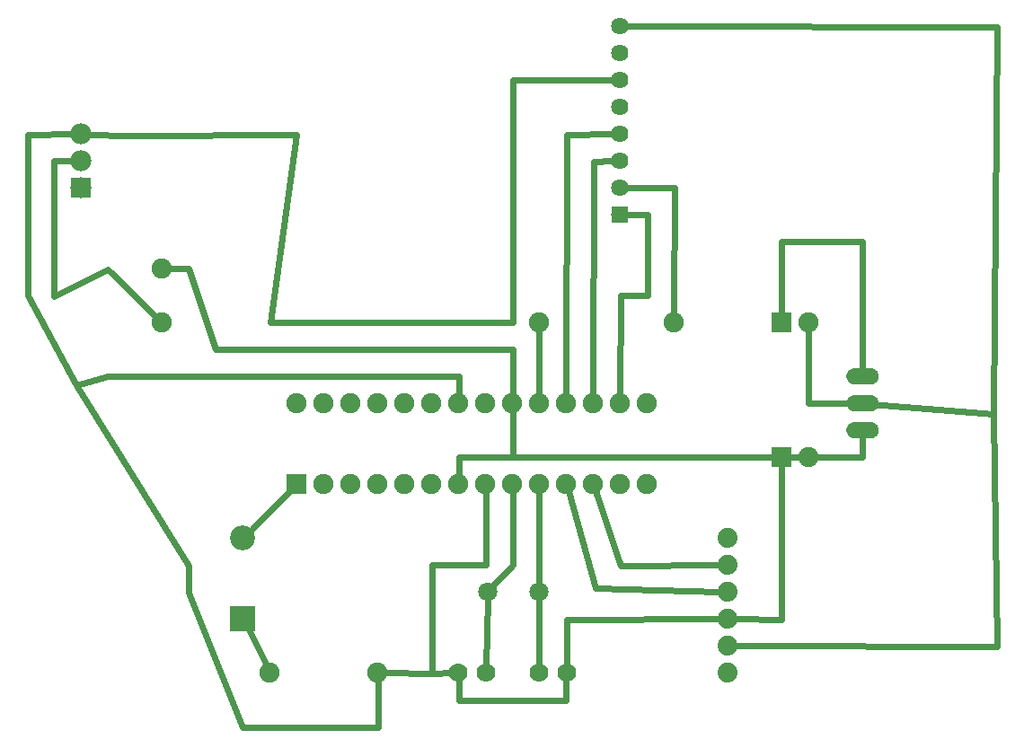
<source format=gtl>
G04 MADE WITH FRITZING*
G04 WWW.FRITZING.ORG*
G04 DOUBLE SIDED*
G04 HOLES PLATED*
G04 CONTOUR ON CENTER OF CONTOUR VECTOR*
%ASAXBY*%
%FSLAX23Y23*%
%MOIN*%
%OFA0B0*%
%SFA1.0B1.0*%
%ADD10C,0.064000*%
%ADD11C,0.074000*%
%ADD12C,0.075000*%
%ADD13C,0.092000*%
%ADD14C,0.070000*%
%ADD15C,0.070925*%
%ADD16C,0.070866*%
%ADD17C,0.060000*%
%ADD18C,0.075433*%
%ADD19C,0.078000*%
%ADD20R,0.064000X0.064000*%
%ADD21R,0.092000X0.092000*%
%ADD22R,0.075000X0.075000*%
%ADD23R,0.078000X0.078000*%
%ADD24C,0.024000*%
%ADD25R,0.001000X0.001000*%
%LNCOPPER1*%
G90*
G70*
G54D10*
X2512Y1957D03*
X2512Y2057D03*
X2512Y2157D03*
X2512Y2257D03*
X2512Y2357D03*
X2512Y2457D03*
X2512Y2557D03*
X2512Y2657D03*
G54D11*
X2912Y257D03*
X2912Y357D03*
X2912Y457D03*
X2912Y557D03*
X2912Y657D03*
X2912Y757D03*
G54D12*
X1612Y257D03*
X1212Y257D03*
G54D13*
X1112Y457D03*
X1112Y757D03*
G54D14*
X2212Y257D03*
X2313Y257D03*
X1912Y257D03*
X2013Y257D03*
G54D15*
X2019Y557D03*
G54D16*
X2212Y557D03*
G54D17*
X3412Y1357D03*
X3412Y1257D03*
X3412Y1157D03*
X3412Y1357D03*
X3412Y1257D03*
X3412Y1157D03*
G54D12*
X3112Y1557D03*
X3212Y1557D03*
X3112Y1057D03*
X3212Y1057D03*
X1312Y957D03*
X1312Y1257D03*
X1412Y957D03*
X1412Y1257D03*
X1512Y957D03*
X1512Y1257D03*
X1612Y957D03*
X1612Y1257D03*
X1712Y957D03*
X1712Y1257D03*
X1812Y957D03*
X1812Y1257D03*
X1912Y957D03*
X1912Y1257D03*
X2012Y957D03*
X2012Y1257D03*
X2112Y957D03*
X2112Y1257D03*
X2212Y957D03*
X2212Y1257D03*
X2312Y957D03*
X2312Y1257D03*
X2412Y957D03*
X2412Y1257D03*
X2512Y957D03*
X2512Y1257D03*
X2612Y957D03*
X2612Y1257D03*
G54D18*
X812Y1557D03*
X812Y1757D03*
G54D12*
X2212Y1557D03*
X2712Y1557D03*
G54D19*
X512Y2057D03*
X512Y2157D03*
X512Y2257D03*
G54D20*
X2512Y1957D03*
G54D21*
X1112Y457D03*
G54D22*
X3112Y1557D03*
X3112Y1057D03*
X1312Y957D03*
G54D23*
X512Y2057D03*
G54D24*
X2013Y283D02*
X2019Y530D01*
D02*
X2212Y283D02*
X2212Y530D01*
D02*
X2113Y929D02*
X2114Y657D01*
D02*
X2114Y657D02*
X2038Y577D01*
D02*
X2212Y584D02*
X2212Y929D01*
D02*
X1913Y156D02*
X2311Y156D01*
D02*
X2311Y156D02*
X2312Y231D01*
D02*
X1913Y231D02*
X1913Y156D01*
D02*
X1813Y657D02*
X2014Y657D01*
D02*
X1815Y255D02*
X1813Y657D01*
D02*
X1886Y257D02*
X1815Y255D01*
D02*
X2014Y657D02*
X2013Y929D01*
D02*
X1200Y283D02*
X1129Y424D01*
D02*
X1139Y783D02*
X1292Y937D01*
D02*
X1815Y255D02*
X1641Y257D01*
D02*
X3212Y1529D02*
X3211Y1259D01*
D02*
X3211Y1259D02*
X3381Y1257D01*
D02*
X3411Y1059D02*
X3412Y1126D01*
D02*
X3241Y1057D02*
X3411Y1059D01*
D02*
X3411Y1857D02*
X3412Y1388D01*
D02*
X3112Y1857D02*
X3411Y1857D01*
D02*
X3112Y1586D02*
X3112Y1857D01*
D02*
X3910Y355D02*
X3898Y1218D01*
D02*
X3898Y1218D02*
X3443Y1255D01*
D02*
X2944Y357D02*
X3910Y355D01*
D02*
X2314Y455D02*
X2881Y457D01*
D02*
X2313Y283D02*
X2314Y455D01*
D02*
X2513Y654D02*
X2881Y657D01*
D02*
X2421Y930D02*
X2513Y654D01*
D02*
X2419Y572D02*
X2320Y930D01*
D02*
X2881Y558D02*
X2419Y572D01*
D02*
X3112Y1029D02*
X3112Y455D01*
D02*
X3112Y455D02*
X2944Y457D01*
D02*
X1915Y1059D02*
X2314Y1059D01*
D02*
X1913Y986D02*
X1915Y1059D01*
D02*
X2314Y1059D02*
X3184Y1057D01*
D02*
X2114Y1059D02*
X2113Y1229D01*
D02*
X2314Y1059D02*
X2114Y1059D01*
D02*
X2114Y1458D02*
X1011Y1458D01*
D02*
X1011Y1458D02*
X911Y1757D01*
D02*
X911Y1757D02*
X841Y1757D01*
D02*
X2113Y1286D02*
X2114Y1458D01*
D02*
X3910Y2655D02*
X2544Y2657D01*
D02*
X3898Y1218D02*
X3910Y2655D01*
D02*
X2312Y1286D02*
X2314Y2256D01*
D02*
X2314Y2256D02*
X2481Y2257D01*
D02*
X2413Y2156D02*
X2481Y2157D01*
D02*
X2412Y1286D02*
X2413Y2156D01*
D02*
X2613Y1957D02*
X2544Y1957D01*
D02*
X2613Y1658D02*
X2613Y1957D01*
D02*
X2513Y1658D02*
X2613Y1658D01*
D02*
X2512Y1286D02*
X2513Y1658D01*
D02*
X2212Y1525D02*
X2212Y1286D01*
D02*
X2713Y2057D02*
X2544Y2057D01*
D02*
X2712Y1590D02*
X2713Y2057D01*
D02*
X684Y2252D02*
X543Y2256D01*
D02*
X2114Y1559D02*
X1215Y1559D01*
D02*
X2114Y2458D02*
X2114Y1559D01*
D02*
X1215Y1559D02*
X1312Y2255D01*
D02*
X2481Y2457D02*
X2114Y2458D01*
D02*
X1312Y2255D02*
X684Y2252D01*
D02*
X313Y2256D02*
X482Y2257D01*
D02*
X313Y1658D02*
X313Y2256D01*
D02*
X1913Y1286D02*
X1915Y1358D01*
D02*
X495Y1323D02*
X313Y1658D01*
D02*
X1915Y1358D02*
X612Y1358D01*
D02*
X612Y1358D02*
X495Y1323D01*
D02*
X495Y1323D02*
X911Y654D01*
D02*
X1111Y56D02*
X1615Y56D01*
D02*
X911Y654D02*
X911Y555D01*
D02*
X1615Y56D02*
X1613Y229D01*
D02*
X911Y555D02*
X1111Y56D01*
D02*
X412Y1654D02*
X412Y2157D01*
D02*
X412Y2157D02*
X482Y2157D01*
D02*
X792Y1577D02*
X610Y1756D01*
D02*
X610Y1756D02*
X412Y1654D01*
G54D25*
X3377Y1387D02*
X3446Y1387D01*
X3373Y1386D02*
X3450Y1386D01*
X3370Y1385D02*
X3453Y1385D01*
X3368Y1384D02*
X3455Y1384D01*
X3366Y1383D02*
X3457Y1383D01*
X3365Y1382D02*
X3458Y1382D01*
X3363Y1381D02*
X3460Y1381D01*
X3362Y1380D02*
X3461Y1380D01*
X3361Y1379D02*
X3462Y1379D01*
X3360Y1378D02*
X3463Y1378D01*
X3359Y1377D02*
X3407Y1377D01*
X3416Y1377D02*
X3464Y1377D01*
X3358Y1376D02*
X3403Y1376D01*
X3419Y1376D02*
X3465Y1376D01*
X3358Y1375D02*
X3401Y1375D01*
X3422Y1375D02*
X3465Y1375D01*
X3357Y1374D02*
X3400Y1374D01*
X3423Y1374D02*
X3466Y1374D01*
X3356Y1373D02*
X3398Y1373D01*
X3425Y1373D02*
X3467Y1373D01*
X3356Y1372D02*
X3397Y1372D01*
X3426Y1372D02*
X3467Y1372D01*
X3355Y1371D02*
X3396Y1371D01*
X3427Y1371D02*
X3468Y1371D01*
X3355Y1370D02*
X3395Y1370D01*
X3428Y1370D02*
X3468Y1370D01*
X3354Y1369D02*
X3395Y1369D01*
X3428Y1369D02*
X3469Y1369D01*
X3354Y1368D02*
X3394Y1368D01*
X3429Y1368D02*
X3469Y1368D01*
X3353Y1367D02*
X3393Y1367D01*
X3430Y1367D02*
X3469Y1367D01*
X3353Y1366D02*
X3393Y1366D01*
X3430Y1366D02*
X3470Y1366D01*
X3353Y1365D02*
X3392Y1365D01*
X3430Y1365D02*
X3470Y1365D01*
X3353Y1364D02*
X3392Y1364D01*
X3431Y1364D02*
X3470Y1364D01*
X3352Y1363D02*
X3392Y1363D01*
X3431Y1363D02*
X3470Y1363D01*
X3352Y1362D02*
X3391Y1362D01*
X3431Y1362D02*
X3471Y1362D01*
X3352Y1361D02*
X3391Y1361D01*
X3432Y1361D02*
X3471Y1361D01*
X3352Y1360D02*
X3391Y1360D01*
X3432Y1360D02*
X3471Y1360D01*
X3352Y1359D02*
X3391Y1359D01*
X3432Y1359D02*
X3471Y1359D01*
X3352Y1358D02*
X3391Y1358D01*
X3432Y1358D02*
X3471Y1358D01*
X3352Y1357D02*
X3391Y1357D01*
X3432Y1357D02*
X3471Y1357D01*
X3352Y1356D02*
X3391Y1356D01*
X3432Y1356D02*
X3471Y1356D01*
X3352Y1355D02*
X3391Y1355D01*
X3432Y1355D02*
X3471Y1355D01*
X3352Y1354D02*
X3391Y1354D01*
X3432Y1354D02*
X3471Y1354D01*
X3352Y1353D02*
X3391Y1353D01*
X3431Y1353D02*
X3471Y1353D01*
X3352Y1352D02*
X3392Y1352D01*
X3431Y1352D02*
X3470Y1352D01*
X3353Y1351D02*
X3392Y1351D01*
X3431Y1351D02*
X3470Y1351D01*
X3353Y1350D02*
X3392Y1350D01*
X3430Y1350D02*
X3470Y1350D01*
X3353Y1349D02*
X3393Y1349D01*
X3430Y1349D02*
X3470Y1349D01*
X3353Y1348D02*
X3393Y1348D01*
X3430Y1348D02*
X3469Y1348D01*
X3354Y1347D02*
X3394Y1347D01*
X3429Y1347D02*
X3469Y1347D01*
X3354Y1346D02*
X3395Y1346D01*
X3428Y1346D02*
X3469Y1346D01*
X3355Y1345D02*
X3395Y1345D01*
X3428Y1345D02*
X3468Y1345D01*
X3355Y1344D02*
X3396Y1344D01*
X3427Y1344D02*
X3468Y1344D01*
X3356Y1343D02*
X3397Y1343D01*
X3426Y1343D02*
X3467Y1343D01*
X3356Y1342D02*
X3398Y1342D01*
X3425Y1342D02*
X3467Y1342D01*
X3357Y1341D02*
X3400Y1341D01*
X3423Y1341D02*
X3466Y1341D01*
X3358Y1340D02*
X3401Y1340D01*
X3422Y1340D02*
X3465Y1340D01*
X3358Y1339D02*
X3403Y1339D01*
X3420Y1339D02*
X3465Y1339D01*
X3359Y1338D02*
X3406Y1338D01*
X3416Y1338D02*
X3464Y1338D01*
X3360Y1337D02*
X3463Y1337D01*
X3361Y1336D02*
X3462Y1336D01*
X3362Y1335D02*
X3461Y1335D01*
X3363Y1334D02*
X3460Y1334D01*
X3365Y1333D02*
X3458Y1333D01*
X3366Y1332D02*
X3457Y1332D01*
X3368Y1331D02*
X3455Y1331D01*
X3370Y1330D02*
X3453Y1330D01*
X3372Y1329D02*
X3450Y1329D01*
X3376Y1328D02*
X3447Y1328D01*
X3377Y1287D02*
X3446Y1287D01*
X3373Y1286D02*
X3450Y1286D01*
X3370Y1285D02*
X3453Y1285D01*
X3368Y1284D02*
X3455Y1284D01*
X3366Y1283D02*
X3457Y1283D01*
X3365Y1282D02*
X3458Y1282D01*
X3363Y1281D02*
X3460Y1281D01*
X3362Y1280D02*
X3461Y1280D01*
X3361Y1279D02*
X3462Y1279D01*
X3360Y1278D02*
X3463Y1278D01*
X3359Y1277D02*
X3407Y1277D01*
X3416Y1277D02*
X3464Y1277D01*
X3358Y1276D02*
X3403Y1276D01*
X3419Y1276D02*
X3465Y1276D01*
X3358Y1275D02*
X3401Y1275D01*
X3422Y1275D02*
X3465Y1275D01*
X3357Y1274D02*
X3400Y1274D01*
X3423Y1274D02*
X3466Y1274D01*
X3356Y1273D02*
X3398Y1273D01*
X3425Y1273D02*
X3467Y1273D01*
X3356Y1272D02*
X3397Y1272D01*
X3426Y1272D02*
X3467Y1272D01*
X3355Y1271D02*
X3396Y1271D01*
X3427Y1271D02*
X3468Y1271D01*
X3355Y1270D02*
X3395Y1270D01*
X3428Y1270D02*
X3468Y1270D01*
X3354Y1269D02*
X3395Y1269D01*
X3428Y1269D02*
X3469Y1269D01*
X3354Y1268D02*
X3394Y1268D01*
X3429Y1268D02*
X3469Y1268D01*
X3353Y1267D02*
X3393Y1267D01*
X3430Y1267D02*
X3469Y1267D01*
X3353Y1266D02*
X3393Y1266D01*
X3430Y1266D02*
X3470Y1266D01*
X3353Y1265D02*
X3392Y1265D01*
X3430Y1265D02*
X3470Y1265D01*
X3353Y1264D02*
X3392Y1264D01*
X3431Y1264D02*
X3470Y1264D01*
X3352Y1263D02*
X3392Y1263D01*
X3431Y1263D02*
X3470Y1263D01*
X3352Y1262D02*
X3391Y1262D01*
X3431Y1262D02*
X3471Y1262D01*
X3352Y1261D02*
X3391Y1261D01*
X3432Y1261D02*
X3471Y1261D01*
X3352Y1260D02*
X3391Y1260D01*
X3432Y1260D02*
X3471Y1260D01*
X3352Y1259D02*
X3391Y1259D01*
X3432Y1259D02*
X3471Y1259D01*
X3352Y1258D02*
X3391Y1258D01*
X3432Y1258D02*
X3471Y1258D01*
X3352Y1257D02*
X3391Y1257D01*
X3432Y1257D02*
X3471Y1257D01*
X3352Y1256D02*
X3391Y1256D01*
X3432Y1256D02*
X3471Y1256D01*
X3352Y1255D02*
X3391Y1255D01*
X3432Y1255D02*
X3471Y1255D01*
X3352Y1254D02*
X3391Y1254D01*
X3432Y1254D02*
X3471Y1254D01*
X3352Y1253D02*
X3391Y1253D01*
X3431Y1253D02*
X3471Y1253D01*
X3352Y1252D02*
X3392Y1252D01*
X3431Y1252D02*
X3470Y1252D01*
X3353Y1251D02*
X3392Y1251D01*
X3431Y1251D02*
X3470Y1251D01*
X3353Y1250D02*
X3392Y1250D01*
X3430Y1250D02*
X3470Y1250D01*
X3353Y1249D02*
X3393Y1249D01*
X3430Y1249D02*
X3470Y1249D01*
X3353Y1248D02*
X3393Y1248D01*
X3430Y1248D02*
X3469Y1248D01*
X3354Y1247D02*
X3394Y1247D01*
X3429Y1247D02*
X3469Y1247D01*
X3354Y1246D02*
X3395Y1246D01*
X3428Y1246D02*
X3469Y1246D01*
X3355Y1245D02*
X3395Y1245D01*
X3428Y1245D02*
X3468Y1245D01*
X3355Y1244D02*
X3396Y1244D01*
X3427Y1244D02*
X3468Y1244D01*
X3356Y1243D02*
X3397Y1243D01*
X3426Y1243D02*
X3467Y1243D01*
X3356Y1242D02*
X3398Y1242D01*
X3425Y1242D02*
X3467Y1242D01*
X3357Y1241D02*
X3400Y1241D01*
X3423Y1241D02*
X3466Y1241D01*
X3358Y1240D02*
X3401Y1240D01*
X3422Y1240D02*
X3465Y1240D01*
X3358Y1239D02*
X3403Y1239D01*
X3420Y1239D02*
X3465Y1239D01*
X3359Y1238D02*
X3406Y1238D01*
X3416Y1238D02*
X3464Y1238D01*
X3360Y1237D02*
X3463Y1237D01*
X3361Y1236D02*
X3462Y1236D01*
X3362Y1235D02*
X3461Y1235D01*
X3363Y1234D02*
X3460Y1234D01*
X3365Y1233D02*
X3458Y1233D01*
X3366Y1232D02*
X3457Y1232D01*
X3368Y1231D02*
X3455Y1231D01*
X3370Y1230D02*
X3453Y1230D01*
X3373Y1229D02*
X3450Y1229D01*
X3376Y1228D02*
X3446Y1228D01*
X3377Y1187D02*
X3446Y1187D01*
X3373Y1186D02*
X3450Y1186D01*
X3370Y1185D02*
X3453Y1185D01*
X3368Y1184D02*
X3455Y1184D01*
X3366Y1183D02*
X3457Y1183D01*
X3365Y1182D02*
X3458Y1182D01*
X3363Y1181D02*
X3460Y1181D01*
X3362Y1180D02*
X3461Y1180D01*
X3361Y1179D02*
X3462Y1179D01*
X3360Y1178D02*
X3463Y1178D01*
X3359Y1177D02*
X3407Y1177D01*
X3416Y1177D02*
X3464Y1177D01*
X3358Y1176D02*
X3403Y1176D01*
X3420Y1176D02*
X3465Y1176D01*
X3358Y1175D02*
X3401Y1175D01*
X3422Y1175D02*
X3465Y1175D01*
X3357Y1174D02*
X3400Y1174D01*
X3423Y1174D02*
X3466Y1174D01*
X3356Y1173D02*
X3398Y1173D01*
X3425Y1173D02*
X3467Y1173D01*
X3356Y1172D02*
X3397Y1172D01*
X3426Y1172D02*
X3467Y1172D01*
X3355Y1171D02*
X3396Y1171D01*
X3427Y1171D02*
X3468Y1171D01*
X3355Y1170D02*
X3395Y1170D01*
X3428Y1170D02*
X3468Y1170D01*
X3354Y1169D02*
X3395Y1169D01*
X3428Y1169D02*
X3469Y1169D01*
X3354Y1168D02*
X3394Y1168D01*
X3429Y1168D02*
X3469Y1168D01*
X3353Y1167D02*
X3393Y1167D01*
X3430Y1167D02*
X3469Y1167D01*
X3353Y1166D02*
X3393Y1166D01*
X3430Y1166D02*
X3470Y1166D01*
X3353Y1165D02*
X3392Y1165D01*
X3430Y1165D02*
X3470Y1165D01*
X3353Y1164D02*
X3392Y1164D01*
X3431Y1164D02*
X3470Y1164D01*
X3352Y1163D02*
X3392Y1163D01*
X3431Y1163D02*
X3470Y1163D01*
X3352Y1162D02*
X3391Y1162D01*
X3431Y1162D02*
X3471Y1162D01*
X3352Y1161D02*
X3391Y1161D01*
X3432Y1161D02*
X3471Y1161D01*
X3352Y1160D02*
X3391Y1160D01*
X3432Y1160D02*
X3471Y1160D01*
X3352Y1159D02*
X3391Y1159D01*
X3432Y1159D02*
X3471Y1159D01*
X3352Y1158D02*
X3391Y1158D01*
X3432Y1158D02*
X3471Y1158D01*
X3352Y1157D02*
X3391Y1157D01*
X3432Y1157D02*
X3471Y1157D01*
X3352Y1156D02*
X3391Y1156D01*
X3432Y1156D02*
X3471Y1156D01*
X3352Y1155D02*
X3391Y1155D01*
X3432Y1155D02*
X3471Y1155D01*
X3352Y1154D02*
X3391Y1154D01*
X3432Y1154D02*
X3471Y1154D01*
X3352Y1153D02*
X3391Y1153D01*
X3431Y1153D02*
X3471Y1153D01*
X3352Y1152D02*
X3392Y1152D01*
X3431Y1152D02*
X3470Y1152D01*
X3353Y1151D02*
X3392Y1151D01*
X3431Y1151D02*
X3470Y1151D01*
X3353Y1150D02*
X3392Y1150D01*
X3430Y1150D02*
X3470Y1150D01*
X3353Y1149D02*
X3393Y1149D01*
X3430Y1149D02*
X3470Y1149D01*
X3353Y1148D02*
X3393Y1148D01*
X3430Y1148D02*
X3469Y1148D01*
X3354Y1147D02*
X3394Y1147D01*
X3429Y1147D02*
X3469Y1147D01*
X3354Y1146D02*
X3395Y1146D01*
X3428Y1146D02*
X3469Y1146D01*
X3355Y1145D02*
X3395Y1145D01*
X3428Y1145D02*
X3468Y1145D01*
X3355Y1144D02*
X3396Y1144D01*
X3427Y1144D02*
X3468Y1144D01*
X3356Y1143D02*
X3397Y1143D01*
X3426Y1143D02*
X3467Y1143D01*
X3356Y1142D02*
X3398Y1142D01*
X3425Y1142D02*
X3467Y1142D01*
X3357Y1141D02*
X3400Y1141D01*
X3423Y1141D02*
X3466Y1141D01*
X3358Y1140D02*
X3401Y1140D01*
X3422Y1140D02*
X3465Y1140D01*
X3358Y1139D02*
X3403Y1139D01*
X3420Y1139D02*
X3465Y1139D01*
X3359Y1138D02*
X3407Y1138D01*
X3416Y1138D02*
X3464Y1138D01*
X3360Y1137D02*
X3463Y1137D01*
X3361Y1136D02*
X3462Y1136D01*
X3362Y1135D02*
X3461Y1135D01*
X3363Y1134D02*
X3460Y1134D01*
X3365Y1133D02*
X3458Y1133D01*
X3366Y1132D02*
X3457Y1132D01*
X3368Y1131D02*
X3455Y1131D01*
X3370Y1130D02*
X3453Y1130D01*
X3373Y1129D02*
X3450Y1129D01*
X3377Y1128D02*
X3446Y1128D01*
D02*
G04 End of Copper1*
M02*
</source>
